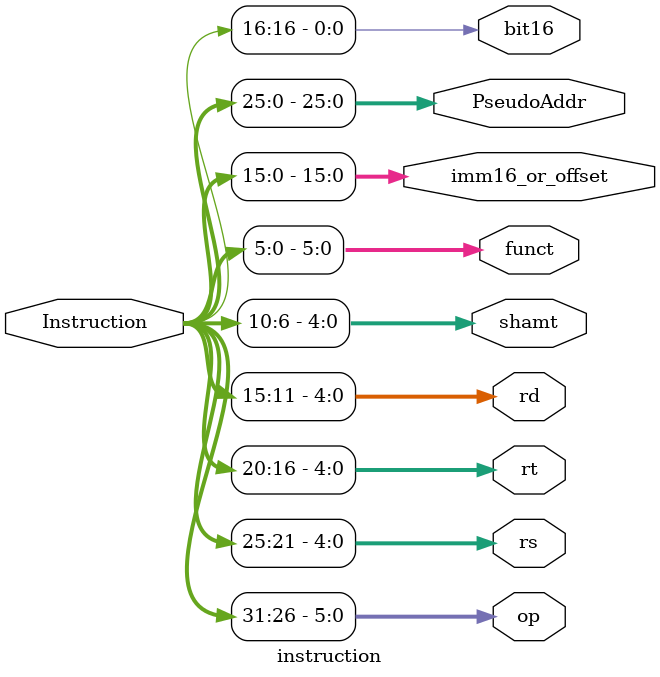
<source format=v>
module instruction(
  input [31:0] Instruction,
  output [5:0]  op,
  output [4:0]  rs,rt,rd,
  output [4:0]  shamt,
  output [5:0]  funct,
  output [15:0] imm16_or_offset,
  output [25:0] PseudoAddr,
  output bit16
);

  assign op = Instruction[31:26];
  assign rs = Instruction[25:21];
  assign rt = Instruction[20:16];
  assign rd = Instruction[15:11];
  assign shamt = Instruction[10:6];
  assign funct = Instruction[5:0];
  assign imm16_or_offset = Instruction[15:0];
  assign PseudoAddr = Instruction[25:0];
  assign bit16 = Instruction[16];
endmodule
</source>
